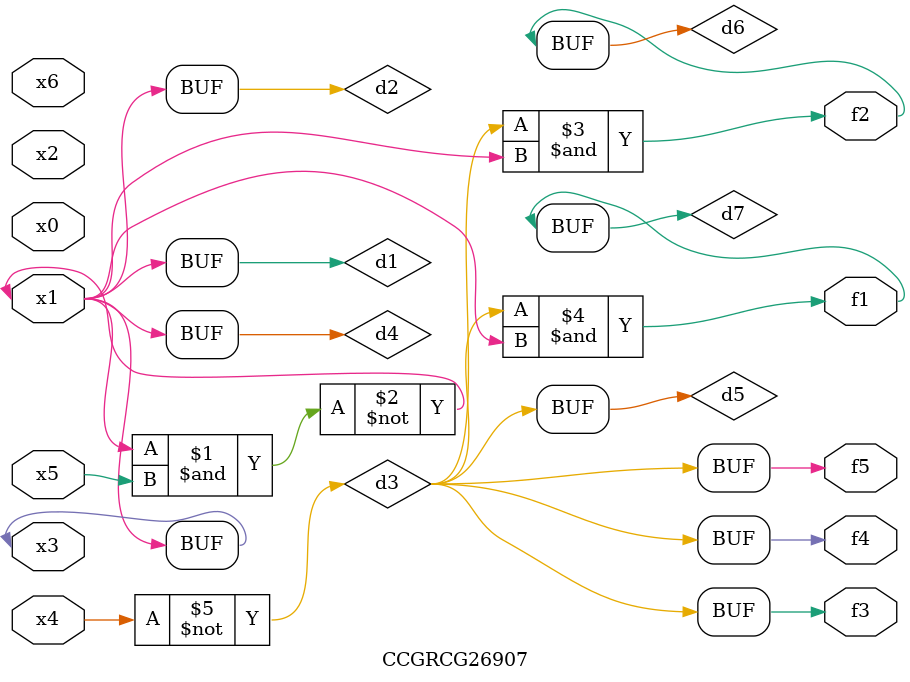
<source format=v>
module CCGRCG26907(
	input x0, x1, x2, x3, x4, x5, x6,
	output f1, f2, f3, f4, f5
);

	wire d1, d2, d3, d4, d5, d6, d7;

	buf (d1, x1, x3);
	nand (d2, x1, x5);
	not (d3, x4);
	buf (d4, d1, d2);
	buf (d5, d3);
	and (d6, d3, d4);
	and (d7, d3, d4);
	assign f1 = d7;
	assign f2 = d6;
	assign f3 = d5;
	assign f4 = d5;
	assign f5 = d5;
endmodule

</source>
